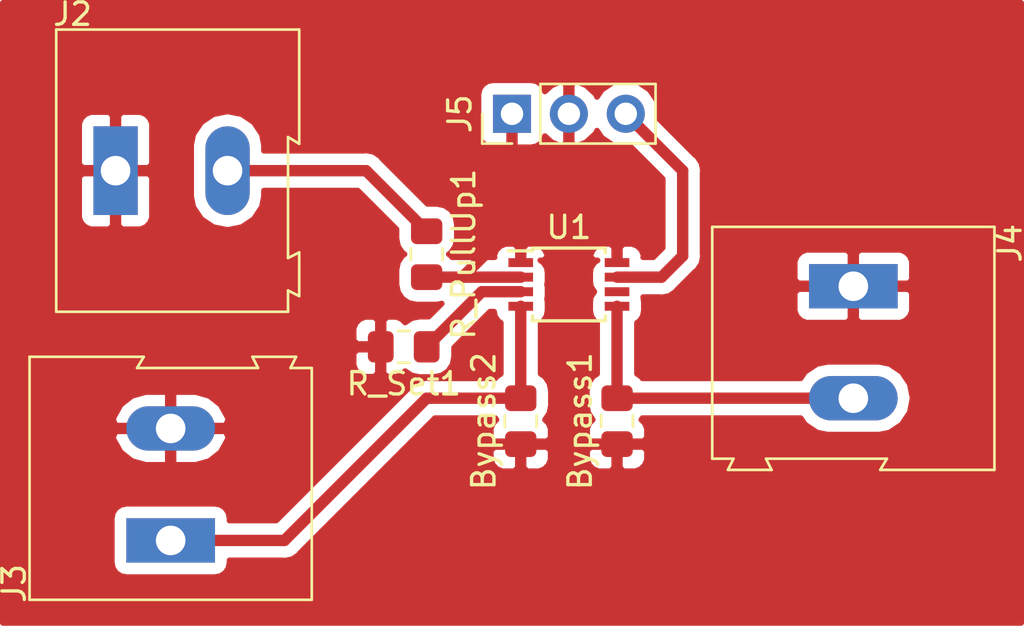
<source format=kicad_pcb>
(kicad_pcb (version 20171130) (host pcbnew "(5.0.2)-1")

  (general
    (thickness 1.6)
    (drawings 0)
    (tracks 20)
    (zones 0)
    (modules 9)
    (nets 8)
  )

  (page A4)
  (layers
    (0 F.Cu signal)
    (31 B.Cu signal)
    (32 B.Adhes user)
    (33 F.Adhes user)
    (34 B.Paste user)
    (35 F.Paste user)
    (36 B.SilkS user)
    (37 F.SilkS user hide)
    (38 B.Mask user)
    (39 F.Mask user)
    (40 Dwgs.User user)
    (41 Cmts.User user)
    (42 Eco1.User user)
    (43 Eco2.User user)
    (44 Edge.Cuts user)
    (45 Margin user)
    (46 B.CrtYd user)
    (47 F.CrtYd user)
    (48 B.Fab user)
    (49 F.Fab user hide)
  )

  (setup
    (last_trace_width 0.25)
    (trace_clearance 0.2)
    (zone_clearance 0.508)
    (zone_45_only no)
    (trace_min 0.2)
    (segment_width 0.2)
    (edge_width 0.15)
    (via_size 0.8)
    (via_drill 0.4)
    (via_min_size 0.4)
    (via_min_drill 0.3)
    (uvia_size 0.3)
    (uvia_drill 0.1)
    (uvias_allowed no)
    (uvia_min_size 0.2)
    (uvia_min_drill 0.1)
    (pcb_text_width 0.3)
    (pcb_text_size 1.5 1.5)
    (mod_edge_width 0.15)
    (mod_text_size 1 1)
    (mod_text_width 0.15)
    (pad_size 1.524 1.524)
    (pad_drill 0.762)
    (pad_to_mask_clearance 0.051)
    (solder_mask_min_width 0.25)
    (aux_axis_origin 0 0)
    (visible_elements 7FFFFFFF)
    (pcbplotparams
      (layerselection 0x010fc_ffffffff)
      (usegerberextensions false)
      (usegerberattributes false)
      (usegerberadvancedattributes false)
      (creategerberjobfile false)
      (excludeedgelayer true)
      (linewidth 0.100000)
      (plotframeref false)
      (viasonmask false)
      (mode 1)
      (useauxorigin false)
      (hpglpennumber 1)
      (hpglpenspeed 20)
      (hpglpendiameter 15.000000)
      (psnegative false)
      (psa4output false)
      (plotreference true)
      (plotvalue true)
      (plotinvisibletext false)
      (padsonsilk false)
      (subtractmaskfromsilk false)
      (outputformat 1)
      (mirror false)
      (drillshape 1)
      (scaleselection 1)
      (outputdirectory ""))
  )

  (net 0 "")
  (net 1 GND)
  (net 2 "Net-(J2-Pad2)")
  (net 3 "Net-(R_Set1-Pad1)")
  (net 4 "Net-(J5-Pad1)")
  (net 5 "Net-(J5-Pad3)")
  (net 6 "Net-(Bypass1-Pad2)")
  (net 7 "Net-(Bypass2-Pad2)")

  (net_class Default "This is the default net class."
    (clearance 0.2)
    (trace_width 0.25)
    (via_dia 0.8)
    (via_drill 0.4)
    (uvia_dia 0.3)
    (uvia_drill 0.1)
    (add_net GND)
    (add_net "Net-(Bypass1-Pad2)")
    (add_net "Net-(Bypass2-Pad2)")
    (add_net "Net-(J2-Pad2)")
    (add_net "Net-(J5-Pad1)")
    (add_net "Net-(J5-Pad3)")
    (add_net "Net-(R_Set1-Pad1)")
  )

  (module TerminalBlock:TerminalBlock_Altech_AK300-2_P5.00mm (layer F.Cu) (tedit 59FF0306) (tstamp 5CBABBED)
    (at 110.57 91.44)
    (descr "Altech AK300 terminal block, pitch 5.0mm, 45 degree angled, see http://www.mouser.com/ds/2/16/PCBMETRC-24178.pdf")
    (tags "Altech AK300 terminal block pitch 5.0mm")
    (path /5CAE3D59)
    (fp_text reference J2 (at -1.92 -6.99) (layer F.SilkS)
      (effects (font (size 1 1) (thickness 0.15)))
    )
    (fp_text value Screw_Terminal_01x02 (at 2.78 7.75) (layer F.Fab)
      (effects (font (size 1 1) (thickness 0.15)))
    )
    (fp_text user %R (at 2.5 -2) (layer F.Fab)
      (effects (font (size 1 1) (thickness 0.15)))
    )
    (fp_line (start -2.65 -6.3) (end -2.65 6.3) (layer F.SilkS) (width 0.12))
    (fp_line (start -2.65 6.3) (end 7.7 6.3) (layer F.SilkS) (width 0.12))
    (fp_line (start 7.7 6.3) (end 7.7 5.35) (layer F.SilkS) (width 0.12))
    (fp_line (start 7.7 5.35) (end 8.2 5.6) (layer F.SilkS) (width 0.12))
    (fp_line (start 8.2 5.6) (end 8.2 3.7) (layer F.SilkS) (width 0.12))
    (fp_line (start 8.2 3.7) (end 8.2 3.65) (layer F.SilkS) (width 0.12))
    (fp_line (start 8.2 3.65) (end 7.7 3.9) (layer F.SilkS) (width 0.12))
    (fp_line (start 7.7 3.9) (end 7.7 -1.5) (layer F.SilkS) (width 0.12))
    (fp_line (start 7.7 -1.5) (end 8.2 -1.2) (layer F.SilkS) (width 0.12))
    (fp_line (start 8.2 -1.2) (end 8.2 -6.3) (layer F.SilkS) (width 0.12))
    (fp_line (start 8.2 -6.3) (end -2.65 -6.3) (layer F.SilkS) (width 0.12))
    (fp_line (start -1.26 2.54) (end 1.28 2.54) (layer F.Fab) (width 0.1))
    (fp_line (start 1.28 2.54) (end 1.28 -0.25) (layer F.Fab) (width 0.1))
    (fp_line (start -1.26 -0.25) (end 1.28 -0.25) (layer F.Fab) (width 0.1))
    (fp_line (start -1.26 2.54) (end -1.26 -0.25) (layer F.Fab) (width 0.1))
    (fp_line (start 3.74 2.54) (end 6.28 2.54) (layer F.Fab) (width 0.1))
    (fp_line (start 6.28 2.54) (end 6.28 -0.25) (layer F.Fab) (width 0.1))
    (fp_line (start 3.74 -0.25) (end 6.28 -0.25) (layer F.Fab) (width 0.1))
    (fp_line (start 3.74 2.54) (end 3.74 -0.25) (layer F.Fab) (width 0.1))
    (fp_line (start 7.61 -6.22) (end 7.61 -3.17) (layer F.Fab) (width 0.1))
    (fp_line (start 7.61 -6.22) (end -2.58 -6.22) (layer F.Fab) (width 0.1))
    (fp_line (start 7.61 -6.22) (end 8.11 -6.22) (layer F.Fab) (width 0.1))
    (fp_line (start 8.11 -6.22) (end 8.11 -1.4) (layer F.Fab) (width 0.1))
    (fp_line (start 8.11 -1.4) (end 7.61 -1.65) (layer F.Fab) (width 0.1))
    (fp_line (start 8.11 5.46) (end 7.61 5.21) (layer F.Fab) (width 0.1))
    (fp_line (start 7.61 5.21) (end 7.61 6.22) (layer F.Fab) (width 0.1))
    (fp_line (start 8.11 3.81) (end 7.61 4.06) (layer F.Fab) (width 0.1))
    (fp_line (start 7.61 4.06) (end 7.61 5.21) (layer F.Fab) (width 0.1))
    (fp_line (start 8.11 3.81) (end 8.11 5.46) (layer F.Fab) (width 0.1))
    (fp_line (start 2.98 6.22) (end 2.98 4.32) (layer F.Fab) (width 0.1))
    (fp_line (start 7.05 -0.25) (end 7.05 4.32) (layer F.Fab) (width 0.1))
    (fp_line (start 2.98 6.22) (end 7.05 6.22) (layer F.Fab) (width 0.1))
    (fp_line (start 7.05 6.22) (end 7.61 6.22) (layer F.Fab) (width 0.1))
    (fp_line (start 2.04 6.22) (end 2.04 4.32) (layer F.Fab) (width 0.1))
    (fp_line (start 2.04 6.22) (end 2.98 6.22) (layer F.Fab) (width 0.1))
    (fp_line (start -2.02 -0.25) (end -2.02 4.32) (layer F.Fab) (width 0.1))
    (fp_line (start -2.58 6.22) (end -2.02 6.22) (layer F.Fab) (width 0.1))
    (fp_line (start -2.02 6.22) (end 2.04 6.22) (layer F.Fab) (width 0.1))
    (fp_line (start 2.98 4.32) (end 7.05 4.32) (layer F.Fab) (width 0.1))
    (fp_line (start 2.98 4.32) (end 2.98 -0.25) (layer F.Fab) (width 0.1))
    (fp_line (start 7.05 4.32) (end 7.05 6.22) (layer F.Fab) (width 0.1))
    (fp_line (start 2.04 4.32) (end -2.02 4.32) (layer F.Fab) (width 0.1))
    (fp_line (start 2.04 4.32) (end 2.04 -0.25) (layer F.Fab) (width 0.1))
    (fp_line (start -2.02 4.32) (end -2.02 6.22) (layer F.Fab) (width 0.1))
    (fp_line (start 6.67 3.68) (end 6.67 0.51) (layer F.Fab) (width 0.1))
    (fp_line (start 6.67 3.68) (end 3.36 3.68) (layer F.Fab) (width 0.1))
    (fp_line (start 3.36 3.68) (end 3.36 0.51) (layer F.Fab) (width 0.1))
    (fp_line (start 1.66 3.68) (end 1.66 0.51) (layer F.Fab) (width 0.1))
    (fp_line (start 1.66 3.68) (end -1.64 3.68) (layer F.Fab) (width 0.1))
    (fp_line (start -1.64 3.68) (end -1.64 0.51) (layer F.Fab) (width 0.1))
    (fp_line (start -1.64 0.51) (end -1.26 0.51) (layer F.Fab) (width 0.1))
    (fp_line (start 1.66 0.51) (end 1.28 0.51) (layer F.Fab) (width 0.1))
    (fp_line (start 3.36 0.51) (end 3.74 0.51) (layer F.Fab) (width 0.1))
    (fp_line (start 6.67 0.51) (end 6.28 0.51) (layer F.Fab) (width 0.1))
    (fp_line (start -2.58 6.22) (end -2.58 -0.64) (layer F.Fab) (width 0.1))
    (fp_line (start -2.58 -0.64) (end -2.58 -3.17) (layer F.Fab) (width 0.1))
    (fp_line (start 7.61 -1.65) (end 7.61 -0.64) (layer F.Fab) (width 0.1))
    (fp_line (start 7.61 -0.64) (end 7.61 4.06) (layer F.Fab) (width 0.1))
    (fp_line (start -2.58 -3.17) (end 7.61 -3.17) (layer F.Fab) (width 0.1))
    (fp_line (start -2.58 -3.17) (end -2.58 -6.22) (layer F.Fab) (width 0.1))
    (fp_line (start 7.61 -3.17) (end 7.61 -1.65) (layer F.Fab) (width 0.1))
    (fp_line (start 2.98 -3.43) (end 2.98 -5.97) (layer F.Fab) (width 0.1))
    (fp_line (start 2.98 -5.97) (end 7.05 -5.97) (layer F.Fab) (width 0.1))
    (fp_line (start 7.05 -5.97) (end 7.05 -3.43) (layer F.Fab) (width 0.1))
    (fp_line (start 7.05 -3.43) (end 2.98 -3.43) (layer F.Fab) (width 0.1))
    (fp_line (start 2.04 -3.43) (end 2.04 -5.97) (layer F.Fab) (width 0.1))
    (fp_line (start 2.04 -3.43) (end -2.02 -3.43) (layer F.Fab) (width 0.1))
    (fp_line (start -2.02 -3.43) (end -2.02 -5.97) (layer F.Fab) (width 0.1))
    (fp_line (start 2.04 -5.97) (end -2.02 -5.97) (layer F.Fab) (width 0.1))
    (fp_line (start 3.39 -4.45) (end 6.44 -5.08) (layer F.Fab) (width 0.1))
    (fp_line (start 3.52 -4.32) (end 6.56 -4.95) (layer F.Fab) (width 0.1))
    (fp_line (start -1.62 -4.45) (end 1.44 -5.08) (layer F.Fab) (width 0.1))
    (fp_line (start -1.49 -4.32) (end 1.56 -4.95) (layer F.Fab) (width 0.1))
    (fp_line (start -2.02 -0.25) (end -1.64 -0.25) (layer F.Fab) (width 0.1))
    (fp_line (start 2.04 -0.25) (end 1.66 -0.25) (layer F.Fab) (width 0.1))
    (fp_line (start 1.66 -0.25) (end -1.64 -0.25) (layer F.Fab) (width 0.1))
    (fp_line (start -2.58 -0.64) (end -1.64 -0.64) (layer F.Fab) (width 0.1))
    (fp_line (start -1.64 -0.64) (end 1.66 -0.64) (layer F.Fab) (width 0.1))
    (fp_line (start 1.66 -0.64) (end 3.36 -0.64) (layer F.Fab) (width 0.1))
    (fp_line (start 7.61 -0.64) (end 6.67 -0.64) (layer F.Fab) (width 0.1))
    (fp_line (start 6.67 -0.64) (end 3.36 -0.64) (layer F.Fab) (width 0.1))
    (fp_line (start 7.05 -0.25) (end 6.67 -0.25) (layer F.Fab) (width 0.1))
    (fp_line (start 2.98 -0.25) (end 3.36 -0.25) (layer F.Fab) (width 0.1))
    (fp_line (start 3.36 -0.25) (end 6.67 -0.25) (layer F.Fab) (width 0.1))
    (fp_line (start -2.83 -6.47) (end 8.36 -6.47) (layer F.CrtYd) (width 0.05))
    (fp_line (start -2.83 -6.47) (end -2.83 6.47) (layer F.CrtYd) (width 0.05))
    (fp_line (start 8.36 6.47) (end 8.36 -6.47) (layer F.CrtYd) (width 0.05))
    (fp_line (start 8.36 6.47) (end -2.83 6.47) (layer F.CrtYd) (width 0.05))
    (fp_arc (start 6.03 -4.59) (end 6.54 -5.05) (angle 90.5) (layer F.Fab) (width 0.1))
    (fp_arc (start 5.07 -6.07) (end 6.53 -4.12) (angle 75.5) (layer F.Fab) (width 0.1))
    (fp_arc (start 4.99 -3.71) (end 3.39 -5) (angle 100) (layer F.Fab) (width 0.1))
    (fp_arc (start 3.87 -4.65) (end 3.58 -4.13) (angle 104.2) (layer F.Fab) (width 0.1))
    (fp_arc (start 1.03 -4.59) (end 1.53 -5.05) (angle 90.5) (layer F.Fab) (width 0.1))
    (fp_arc (start 0.06 -6.07) (end 1.53 -4.12) (angle 75.5) (layer F.Fab) (width 0.1))
    (fp_arc (start -0.01 -3.71) (end -1.62 -5) (angle 100) (layer F.Fab) (width 0.1))
    (fp_arc (start -1.13 -4.65) (end -1.42 -4.13) (angle 104.2) (layer F.Fab) (width 0.1))
    (pad 1 thru_hole rect (at 0 0) (size 1.98 3.96) (drill 1.32) (layers *.Cu *.Mask)
      (net 1 GND))
    (pad 2 thru_hole oval (at 5 0) (size 1.98 3.96) (drill 1.32) (layers *.Cu *.Mask)
      (net 2 "Net-(J2-Pad2)"))
    (model ${KISYS3DMOD}/TerminalBlock.3dshapes/TerminalBlock_Altech_AK300-2_P5.00mm.wrl
      (at (xyz 0 0 0))
      (scale (xyz 1 1 1))
      (rotate (xyz 0 0 0))
    )
  )

  (module TerminalBlock:TerminalBlock_Altech_AK300-2_P5.00mm (layer F.Cu) (tedit 59FF0306) (tstamp 5CBABC54)
    (at 113.03 107.95 90)
    (descr "Altech AK300 terminal block, pitch 5.0mm, 45 degree angled, see http://www.mouser.com/ds/2/16/PCBMETRC-24178.pdf")
    (tags "Altech AK300 terminal block pitch 5.0mm")
    (path /5CAE2D19)
    (fp_text reference J3 (at -1.92 -6.99 90) (layer F.SilkS)
      (effects (font (size 1 1) (thickness 0.15)))
    )
    (fp_text value Screw_Terminal_01x02 (at 2.78 7.75 90) (layer F.Fab)
      (effects (font (size 1 1) (thickness 0.15)))
    )
    (fp_text user %R (at 2.5 -2 90) (layer F.Fab)
      (effects (font (size 1 1) (thickness 0.15)))
    )
    (fp_line (start -2.65 -6.3) (end -2.65 6.3) (layer F.SilkS) (width 0.12))
    (fp_line (start -2.65 6.3) (end 7.7 6.3) (layer F.SilkS) (width 0.12))
    (fp_line (start 7.7 6.3) (end 7.7 5.35) (layer F.SilkS) (width 0.12))
    (fp_line (start 7.7 5.35) (end 8.2 5.6) (layer F.SilkS) (width 0.12))
    (fp_line (start 8.2 5.6) (end 8.2 3.7) (layer F.SilkS) (width 0.12))
    (fp_line (start 8.2 3.7) (end 8.2 3.65) (layer F.SilkS) (width 0.12))
    (fp_line (start 8.2 3.65) (end 7.7 3.9) (layer F.SilkS) (width 0.12))
    (fp_line (start 7.7 3.9) (end 7.7 -1.5) (layer F.SilkS) (width 0.12))
    (fp_line (start 7.7 -1.5) (end 8.2 -1.2) (layer F.SilkS) (width 0.12))
    (fp_line (start 8.2 -1.2) (end 8.2 -6.3) (layer F.SilkS) (width 0.12))
    (fp_line (start 8.2 -6.3) (end -2.65 -6.3) (layer F.SilkS) (width 0.12))
    (fp_line (start -1.26 2.54) (end 1.28 2.54) (layer F.Fab) (width 0.1))
    (fp_line (start 1.28 2.54) (end 1.28 -0.25) (layer F.Fab) (width 0.1))
    (fp_line (start -1.26 -0.25) (end 1.28 -0.25) (layer F.Fab) (width 0.1))
    (fp_line (start -1.26 2.54) (end -1.26 -0.25) (layer F.Fab) (width 0.1))
    (fp_line (start 3.74 2.54) (end 6.28 2.54) (layer F.Fab) (width 0.1))
    (fp_line (start 6.28 2.54) (end 6.28 -0.25) (layer F.Fab) (width 0.1))
    (fp_line (start 3.74 -0.25) (end 6.28 -0.25) (layer F.Fab) (width 0.1))
    (fp_line (start 3.74 2.54) (end 3.74 -0.25) (layer F.Fab) (width 0.1))
    (fp_line (start 7.61 -6.22) (end 7.61 -3.17) (layer F.Fab) (width 0.1))
    (fp_line (start 7.61 -6.22) (end -2.58 -6.22) (layer F.Fab) (width 0.1))
    (fp_line (start 7.61 -6.22) (end 8.11 -6.22) (layer F.Fab) (width 0.1))
    (fp_line (start 8.11 -6.22) (end 8.11 -1.4) (layer F.Fab) (width 0.1))
    (fp_line (start 8.11 -1.4) (end 7.61 -1.65) (layer F.Fab) (width 0.1))
    (fp_line (start 8.11 5.46) (end 7.61 5.21) (layer F.Fab) (width 0.1))
    (fp_line (start 7.61 5.21) (end 7.61 6.22) (layer F.Fab) (width 0.1))
    (fp_line (start 8.11 3.81) (end 7.61 4.06) (layer F.Fab) (width 0.1))
    (fp_line (start 7.61 4.06) (end 7.61 5.21) (layer F.Fab) (width 0.1))
    (fp_line (start 8.11 3.81) (end 8.11 5.46) (layer F.Fab) (width 0.1))
    (fp_line (start 2.98 6.22) (end 2.98 4.32) (layer F.Fab) (width 0.1))
    (fp_line (start 7.05 -0.25) (end 7.05 4.32) (layer F.Fab) (width 0.1))
    (fp_line (start 2.98 6.22) (end 7.05 6.22) (layer F.Fab) (width 0.1))
    (fp_line (start 7.05 6.22) (end 7.61 6.22) (layer F.Fab) (width 0.1))
    (fp_line (start 2.04 6.22) (end 2.04 4.32) (layer F.Fab) (width 0.1))
    (fp_line (start 2.04 6.22) (end 2.98 6.22) (layer F.Fab) (width 0.1))
    (fp_line (start -2.02 -0.25) (end -2.02 4.32) (layer F.Fab) (width 0.1))
    (fp_line (start -2.58 6.22) (end -2.02 6.22) (layer F.Fab) (width 0.1))
    (fp_line (start -2.02 6.22) (end 2.04 6.22) (layer F.Fab) (width 0.1))
    (fp_line (start 2.98 4.32) (end 7.05 4.32) (layer F.Fab) (width 0.1))
    (fp_line (start 2.98 4.32) (end 2.98 -0.25) (layer F.Fab) (width 0.1))
    (fp_line (start 7.05 4.32) (end 7.05 6.22) (layer F.Fab) (width 0.1))
    (fp_line (start 2.04 4.32) (end -2.02 4.32) (layer F.Fab) (width 0.1))
    (fp_line (start 2.04 4.32) (end 2.04 -0.25) (layer F.Fab) (width 0.1))
    (fp_line (start -2.02 4.32) (end -2.02 6.22) (layer F.Fab) (width 0.1))
    (fp_line (start 6.67 3.68) (end 6.67 0.51) (layer F.Fab) (width 0.1))
    (fp_line (start 6.67 3.68) (end 3.36 3.68) (layer F.Fab) (width 0.1))
    (fp_line (start 3.36 3.68) (end 3.36 0.51) (layer F.Fab) (width 0.1))
    (fp_line (start 1.66 3.68) (end 1.66 0.51) (layer F.Fab) (width 0.1))
    (fp_line (start 1.66 3.68) (end -1.64 3.68) (layer F.Fab) (width 0.1))
    (fp_line (start -1.64 3.68) (end -1.64 0.51) (layer F.Fab) (width 0.1))
    (fp_line (start -1.64 0.51) (end -1.26 0.51) (layer F.Fab) (width 0.1))
    (fp_line (start 1.66 0.51) (end 1.28 0.51) (layer F.Fab) (width 0.1))
    (fp_line (start 3.36 0.51) (end 3.74 0.51) (layer F.Fab) (width 0.1))
    (fp_line (start 6.67 0.51) (end 6.28 0.51) (layer F.Fab) (width 0.1))
    (fp_line (start -2.58 6.22) (end -2.58 -0.64) (layer F.Fab) (width 0.1))
    (fp_line (start -2.58 -0.64) (end -2.58 -3.17) (layer F.Fab) (width 0.1))
    (fp_line (start 7.61 -1.65) (end 7.61 -0.64) (layer F.Fab) (width 0.1))
    (fp_line (start 7.61 -0.64) (end 7.61 4.06) (layer F.Fab) (width 0.1))
    (fp_line (start -2.58 -3.17) (end 7.61 -3.17) (layer F.Fab) (width 0.1))
    (fp_line (start -2.58 -3.17) (end -2.58 -6.22) (layer F.Fab) (width 0.1))
    (fp_line (start 7.61 -3.17) (end 7.61 -1.65) (layer F.Fab) (width 0.1))
    (fp_line (start 2.98 -3.43) (end 2.98 -5.97) (layer F.Fab) (width 0.1))
    (fp_line (start 2.98 -5.97) (end 7.05 -5.97) (layer F.Fab) (width 0.1))
    (fp_line (start 7.05 -5.97) (end 7.05 -3.43) (layer F.Fab) (width 0.1))
    (fp_line (start 7.05 -3.43) (end 2.98 -3.43) (layer F.Fab) (width 0.1))
    (fp_line (start 2.04 -3.43) (end 2.04 -5.97) (layer F.Fab) (width 0.1))
    (fp_line (start 2.04 -3.43) (end -2.02 -3.43) (layer F.Fab) (width 0.1))
    (fp_line (start -2.02 -3.43) (end -2.02 -5.97) (layer F.Fab) (width 0.1))
    (fp_line (start 2.04 -5.97) (end -2.02 -5.97) (layer F.Fab) (width 0.1))
    (fp_line (start 3.39 -4.45) (end 6.44 -5.08) (layer F.Fab) (width 0.1))
    (fp_line (start 3.52 -4.32) (end 6.56 -4.95) (layer F.Fab) (width 0.1))
    (fp_line (start -1.62 -4.45) (end 1.44 -5.08) (layer F.Fab) (width 0.1))
    (fp_line (start -1.49 -4.32) (end 1.56 -4.95) (layer F.Fab) (width 0.1))
    (fp_line (start -2.02 -0.25) (end -1.64 -0.25) (layer F.Fab) (width 0.1))
    (fp_line (start 2.04 -0.25) (end 1.66 -0.25) (layer F.Fab) (width 0.1))
    (fp_line (start 1.66 -0.25) (end -1.64 -0.25) (layer F.Fab) (width 0.1))
    (fp_line (start -2.58 -0.64) (end -1.64 -0.64) (layer F.Fab) (width 0.1))
    (fp_line (start -1.64 -0.64) (end 1.66 -0.64) (layer F.Fab) (width 0.1))
    (fp_line (start 1.66 -0.64) (end 3.36 -0.64) (layer F.Fab) (width 0.1))
    (fp_line (start 7.61 -0.64) (end 6.67 -0.64) (layer F.Fab) (width 0.1))
    (fp_line (start 6.67 -0.64) (end 3.36 -0.64) (layer F.Fab) (width 0.1))
    (fp_line (start 7.05 -0.25) (end 6.67 -0.25) (layer F.Fab) (width 0.1))
    (fp_line (start 2.98 -0.25) (end 3.36 -0.25) (layer F.Fab) (width 0.1))
    (fp_line (start 3.36 -0.25) (end 6.67 -0.25) (layer F.Fab) (width 0.1))
    (fp_line (start -2.83 -6.47) (end 8.36 -6.47) (layer F.CrtYd) (width 0.05))
    (fp_line (start -2.83 -6.47) (end -2.83 6.47) (layer F.CrtYd) (width 0.05))
    (fp_line (start 8.36 6.47) (end 8.36 -6.47) (layer F.CrtYd) (width 0.05))
    (fp_line (start 8.36 6.47) (end -2.83 6.47) (layer F.CrtYd) (width 0.05))
    (fp_arc (start 6.03 -4.59) (end 6.54 -5.05) (angle 90.5) (layer F.Fab) (width 0.1))
    (fp_arc (start 5.07 -6.07) (end 6.53 -4.12) (angle 75.5) (layer F.Fab) (width 0.1))
    (fp_arc (start 4.99 -3.71) (end 3.39 -5) (angle 100) (layer F.Fab) (width 0.1))
    (fp_arc (start 3.87 -4.65) (end 3.58 -4.13) (angle 104.2) (layer F.Fab) (width 0.1))
    (fp_arc (start 1.03 -4.59) (end 1.53 -5.05) (angle 90.5) (layer F.Fab) (width 0.1))
    (fp_arc (start 0.06 -6.07) (end 1.53 -4.12) (angle 75.5) (layer F.Fab) (width 0.1))
    (fp_arc (start -0.01 -3.71) (end -1.62 -5) (angle 100) (layer F.Fab) (width 0.1))
    (fp_arc (start -1.13 -4.65) (end -1.42 -4.13) (angle 104.2) (layer F.Fab) (width 0.1))
    (pad 1 thru_hole rect (at 0 0 90) (size 1.98 3.96) (drill 1.32) (layers *.Cu *.Mask)
      (net 7 "Net-(Bypass2-Pad2)"))
    (pad 2 thru_hole oval (at 5 0 90) (size 1.98 3.96) (drill 1.32) (layers *.Cu *.Mask)
      (net 1 GND))
    (model ${KISYS3DMOD}/TerminalBlock.3dshapes/TerminalBlock_Altech_AK300-2_P5.00mm.wrl
      (at (xyz 0 0 0))
      (scale (xyz 1 1 1))
      (rotate (xyz 0 0 0))
    )
  )

  (module TerminalBlock:TerminalBlock_Altech_AK300-2_P5.00mm (layer F.Cu) (tedit 59FF0306) (tstamp 5CBABCBB)
    (at 143.51 96.6 270)
    (descr "Altech AK300 terminal block, pitch 5.0mm, 45 degree angled, see http://www.mouser.com/ds/2/16/PCBMETRC-24178.pdf")
    (tags "Altech AK300 terminal block pitch 5.0mm")
    (path /5CAE3927)
    (fp_text reference J4 (at -1.92 -6.99 270) (layer F.SilkS)
      (effects (font (size 1 1) (thickness 0.15)))
    )
    (fp_text value Screw_Terminal_01x02 (at 2.78 7.75 270) (layer F.Fab)
      (effects (font (size 1 1) (thickness 0.15)))
    )
    (fp_arc (start -1.13 -4.65) (end -1.42 -4.13) (angle 104.2) (layer F.Fab) (width 0.1))
    (fp_arc (start -0.01 -3.71) (end -1.62 -5) (angle 100) (layer F.Fab) (width 0.1))
    (fp_arc (start 0.06 -6.07) (end 1.53 -4.12) (angle 75.5) (layer F.Fab) (width 0.1))
    (fp_arc (start 1.03 -4.59) (end 1.53 -5.05) (angle 90.5) (layer F.Fab) (width 0.1))
    (fp_arc (start 3.87 -4.65) (end 3.58 -4.13) (angle 104.2) (layer F.Fab) (width 0.1))
    (fp_arc (start 4.99 -3.71) (end 3.39 -5) (angle 100) (layer F.Fab) (width 0.1))
    (fp_arc (start 5.07 -6.07) (end 6.53 -4.12) (angle 75.5) (layer F.Fab) (width 0.1))
    (fp_arc (start 6.03 -4.59) (end 6.54 -5.05) (angle 90.5) (layer F.Fab) (width 0.1))
    (fp_line (start 8.36 6.47) (end -2.83 6.47) (layer F.CrtYd) (width 0.05))
    (fp_line (start 8.36 6.47) (end 8.36 -6.47) (layer F.CrtYd) (width 0.05))
    (fp_line (start -2.83 -6.47) (end -2.83 6.47) (layer F.CrtYd) (width 0.05))
    (fp_line (start -2.83 -6.47) (end 8.36 -6.47) (layer F.CrtYd) (width 0.05))
    (fp_line (start 3.36 -0.25) (end 6.67 -0.25) (layer F.Fab) (width 0.1))
    (fp_line (start 2.98 -0.25) (end 3.36 -0.25) (layer F.Fab) (width 0.1))
    (fp_line (start 7.05 -0.25) (end 6.67 -0.25) (layer F.Fab) (width 0.1))
    (fp_line (start 6.67 -0.64) (end 3.36 -0.64) (layer F.Fab) (width 0.1))
    (fp_line (start 7.61 -0.64) (end 6.67 -0.64) (layer F.Fab) (width 0.1))
    (fp_line (start 1.66 -0.64) (end 3.36 -0.64) (layer F.Fab) (width 0.1))
    (fp_line (start -1.64 -0.64) (end 1.66 -0.64) (layer F.Fab) (width 0.1))
    (fp_line (start -2.58 -0.64) (end -1.64 -0.64) (layer F.Fab) (width 0.1))
    (fp_line (start 1.66 -0.25) (end -1.64 -0.25) (layer F.Fab) (width 0.1))
    (fp_line (start 2.04 -0.25) (end 1.66 -0.25) (layer F.Fab) (width 0.1))
    (fp_line (start -2.02 -0.25) (end -1.64 -0.25) (layer F.Fab) (width 0.1))
    (fp_line (start -1.49 -4.32) (end 1.56 -4.95) (layer F.Fab) (width 0.1))
    (fp_line (start -1.62 -4.45) (end 1.44 -5.08) (layer F.Fab) (width 0.1))
    (fp_line (start 3.52 -4.32) (end 6.56 -4.95) (layer F.Fab) (width 0.1))
    (fp_line (start 3.39 -4.45) (end 6.44 -5.08) (layer F.Fab) (width 0.1))
    (fp_line (start 2.04 -5.97) (end -2.02 -5.97) (layer F.Fab) (width 0.1))
    (fp_line (start -2.02 -3.43) (end -2.02 -5.97) (layer F.Fab) (width 0.1))
    (fp_line (start 2.04 -3.43) (end -2.02 -3.43) (layer F.Fab) (width 0.1))
    (fp_line (start 2.04 -3.43) (end 2.04 -5.97) (layer F.Fab) (width 0.1))
    (fp_line (start 7.05 -3.43) (end 2.98 -3.43) (layer F.Fab) (width 0.1))
    (fp_line (start 7.05 -5.97) (end 7.05 -3.43) (layer F.Fab) (width 0.1))
    (fp_line (start 2.98 -5.97) (end 7.05 -5.97) (layer F.Fab) (width 0.1))
    (fp_line (start 2.98 -3.43) (end 2.98 -5.97) (layer F.Fab) (width 0.1))
    (fp_line (start 7.61 -3.17) (end 7.61 -1.65) (layer F.Fab) (width 0.1))
    (fp_line (start -2.58 -3.17) (end -2.58 -6.22) (layer F.Fab) (width 0.1))
    (fp_line (start -2.58 -3.17) (end 7.61 -3.17) (layer F.Fab) (width 0.1))
    (fp_line (start 7.61 -0.64) (end 7.61 4.06) (layer F.Fab) (width 0.1))
    (fp_line (start 7.61 -1.65) (end 7.61 -0.64) (layer F.Fab) (width 0.1))
    (fp_line (start -2.58 -0.64) (end -2.58 -3.17) (layer F.Fab) (width 0.1))
    (fp_line (start -2.58 6.22) (end -2.58 -0.64) (layer F.Fab) (width 0.1))
    (fp_line (start 6.67 0.51) (end 6.28 0.51) (layer F.Fab) (width 0.1))
    (fp_line (start 3.36 0.51) (end 3.74 0.51) (layer F.Fab) (width 0.1))
    (fp_line (start 1.66 0.51) (end 1.28 0.51) (layer F.Fab) (width 0.1))
    (fp_line (start -1.64 0.51) (end -1.26 0.51) (layer F.Fab) (width 0.1))
    (fp_line (start -1.64 3.68) (end -1.64 0.51) (layer F.Fab) (width 0.1))
    (fp_line (start 1.66 3.68) (end -1.64 3.68) (layer F.Fab) (width 0.1))
    (fp_line (start 1.66 3.68) (end 1.66 0.51) (layer F.Fab) (width 0.1))
    (fp_line (start 3.36 3.68) (end 3.36 0.51) (layer F.Fab) (width 0.1))
    (fp_line (start 6.67 3.68) (end 3.36 3.68) (layer F.Fab) (width 0.1))
    (fp_line (start 6.67 3.68) (end 6.67 0.51) (layer F.Fab) (width 0.1))
    (fp_line (start -2.02 4.32) (end -2.02 6.22) (layer F.Fab) (width 0.1))
    (fp_line (start 2.04 4.32) (end 2.04 -0.25) (layer F.Fab) (width 0.1))
    (fp_line (start 2.04 4.32) (end -2.02 4.32) (layer F.Fab) (width 0.1))
    (fp_line (start 7.05 4.32) (end 7.05 6.22) (layer F.Fab) (width 0.1))
    (fp_line (start 2.98 4.32) (end 2.98 -0.25) (layer F.Fab) (width 0.1))
    (fp_line (start 2.98 4.32) (end 7.05 4.32) (layer F.Fab) (width 0.1))
    (fp_line (start -2.02 6.22) (end 2.04 6.22) (layer F.Fab) (width 0.1))
    (fp_line (start -2.58 6.22) (end -2.02 6.22) (layer F.Fab) (width 0.1))
    (fp_line (start -2.02 -0.25) (end -2.02 4.32) (layer F.Fab) (width 0.1))
    (fp_line (start 2.04 6.22) (end 2.98 6.22) (layer F.Fab) (width 0.1))
    (fp_line (start 2.04 6.22) (end 2.04 4.32) (layer F.Fab) (width 0.1))
    (fp_line (start 7.05 6.22) (end 7.61 6.22) (layer F.Fab) (width 0.1))
    (fp_line (start 2.98 6.22) (end 7.05 6.22) (layer F.Fab) (width 0.1))
    (fp_line (start 7.05 -0.25) (end 7.05 4.32) (layer F.Fab) (width 0.1))
    (fp_line (start 2.98 6.22) (end 2.98 4.32) (layer F.Fab) (width 0.1))
    (fp_line (start 8.11 3.81) (end 8.11 5.46) (layer F.Fab) (width 0.1))
    (fp_line (start 7.61 4.06) (end 7.61 5.21) (layer F.Fab) (width 0.1))
    (fp_line (start 8.11 3.81) (end 7.61 4.06) (layer F.Fab) (width 0.1))
    (fp_line (start 7.61 5.21) (end 7.61 6.22) (layer F.Fab) (width 0.1))
    (fp_line (start 8.11 5.46) (end 7.61 5.21) (layer F.Fab) (width 0.1))
    (fp_line (start 8.11 -1.4) (end 7.61 -1.65) (layer F.Fab) (width 0.1))
    (fp_line (start 8.11 -6.22) (end 8.11 -1.4) (layer F.Fab) (width 0.1))
    (fp_line (start 7.61 -6.22) (end 8.11 -6.22) (layer F.Fab) (width 0.1))
    (fp_line (start 7.61 -6.22) (end -2.58 -6.22) (layer F.Fab) (width 0.1))
    (fp_line (start 7.61 -6.22) (end 7.61 -3.17) (layer F.Fab) (width 0.1))
    (fp_line (start 3.74 2.54) (end 3.74 -0.25) (layer F.Fab) (width 0.1))
    (fp_line (start 3.74 -0.25) (end 6.28 -0.25) (layer F.Fab) (width 0.1))
    (fp_line (start 6.28 2.54) (end 6.28 -0.25) (layer F.Fab) (width 0.1))
    (fp_line (start 3.74 2.54) (end 6.28 2.54) (layer F.Fab) (width 0.1))
    (fp_line (start -1.26 2.54) (end -1.26 -0.25) (layer F.Fab) (width 0.1))
    (fp_line (start -1.26 -0.25) (end 1.28 -0.25) (layer F.Fab) (width 0.1))
    (fp_line (start 1.28 2.54) (end 1.28 -0.25) (layer F.Fab) (width 0.1))
    (fp_line (start -1.26 2.54) (end 1.28 2.54) (layer F.Fab) (width 0.1))
    (fp_line (start 8.2 -6.3) (end -2.65 -6.3) (layer F.SilkS) (width 0.12))
    (fp_line (start 8.2 -1.2) (end 8.2 -6.3) (layer F.SilkS) (width 0.12))
    (fp_line (start 7.7 -1.5) (end 8.2 -1.2) (layer F.SilkS) (width 0.12))
    (fp_line (start 7.7 3.9) (end 7.7 -1.5) (layer F.SilkS) (width 0.12))
    (fp_line (start 8.2 3.65) (end 7.7 3.9) (layer F.SilkS) (width 0.12))
    (fp_line (start 8.2 3.7) (end 8.2 3.65) (layer F.SilkS) (width 0.12))
    (fp_line (start 8.2 5.6) (end 8.2 3.7) (layer F.SilkS) (width 0.12))
    (fp_line (start 7.7 5.35) (end 8.2 5.6) (layer F.SilkS) (width 0.12))
    (fp_line (start 7.7 6.3) (end 7.7 5.35) (layer F.SilkS) (width 0.12))
    (fp_line (start -2.65 6.3) (end 7.7 6.3) (layer F.SilkS) (width 0.12))
    (fp_line (start -2.65 -6.3) (end -2.65 6.3) (layer F.SilkS) (width 0.12))
    (fp_text user %R (at 2.5 -2 270) (layer F.Fab)
      (effects (font (size 1 1) (thickness 0.15)))
    )
    (pad 2 thru_hole oval (at 5 0 270) (size 1.98 3.96) (drill 1.32) (layers *.Cu *.Mask)
      (net 6 "Net-(Bypass1-Pad2)"))
    (pad 1 thru_hole rect (at 0 0 270) (size 1.98 3.96) (drill 1.32) (layers *.Cu *.Mask)
      (net 1 GND))
    (model ${KISYS3DMOD}/TerminalBlock.3dshapes/TerminalBlock_Altech_AK300-2_P5.00mm.wrl
      (at (xyz 0 0 0))
      (scale (xyz 1 1 1))
      (rotate (xyz 0 0 0))
    )
  )

  (module Resistor_SMD:R_0805_2012Metric_Pad1.15x1.40mm_HandSolder (layer F.Cu) (tedit 5B36C52B) (tstamp 5CBABCE2)
    (at 124.46 95.17 270)
    (descr "Resistor SMD 0805 (2012 Metric), square (rectangular) end terminal, IPC_7351 nominal with elongated pad for handsoldering. (Body size source: https://docs.google.com/spreadsheets/d/1BsfQQcO9C6DZCsRaXUlFlo91Tg2WpOkGARC1WS5S8t0/edit?usp=sharing), generated with kicad-footprint-generator")
    (tags "resistor handsolder")
    (path /5CAE2C1C)
    (attr smd)
    (fp_text reference R_PullUp1 (at 0 -1.65 270) (layer F.SilkS)
      (effects (font (size 1 1) (thickness 0.15)))
    )
    (fp_text value 10k (at 0 1.65 270) (layer F.Fab)
      (effects (font (size 1 1) (thickness 0.15)))
    )
    (fp_text user %R (at 0 0 270) (layer F.Fab)
      (effects (font (size 0.5 0.5) (thickness 0.08)))
    )
    (fp_line (start 1.85 0.95) (end -1.85 0.95) (layer F.CrtYd) (width 0.05))
    (fp_line (start 1.85 -0.95) (end 1.85 0.95) (layer F.CrtYd) (width 0.05))
    (fp_line (start -1.85 -0.95) (end 1.85 -0.95) (layer F.CrtYd) (width 0.05))
    (fp_line (start -1.85 0.95) (end -1.85 -0.95) (layer F.CrtYd) (width 0.05))
    (fp_line (start -0.261252 0.71) (end 0.261252 0.71) (layer F.SilkS) (width 0.12))
    (fp_line (start -0.261252 -0.71) (end 0.261252 -0.71) (layer F.SilkS) (width 0.12))
    (fp_line (start 1 0.6) (end -1 0.6) (layer F.Fab) (width 0.1))
    (fp_line (start 1 -0.6) (end 1 0.6) (layer F.Fab) (width 0.1))
    (fp_line (start -1 -0.6) (end 1 -0.6) (layer F.Fab) (width 0.1))
    (fp_line (start -1 0.6) (end -1 -0.6) (layer F.Fab) (width 0.1))
    (pad 2 smd roundrect (at 1.025 0 270) (size 1.15 1.4) (layers F.Cu F.Paste F.Mask) (roundrect_rratio 0.217391)
      (net 4 "Net-(J5-Pad1)"))
    (pad 1 smd roundrect (at -1.025 0 270) (size 1.15 1.4) (layers F.Cu F.Paste F.Mask) (roundrect_rratio 0.217391)
      (net 2 "Net-(J2-Pad2)"))
    (model ${KISYS3DMOD}/Resistor_SMD.3dshapes/R_0805_2012Metric.wrl
      (at (xyz 0 0 0))
      (scale (xyz 1 1 1))
      (rotate (xyz 0 0 0))
    )
  )

  (module Resistor_SMD:R_0805_2012Metric_Pad1.15x1.40mm_HandSolder (layer F.Cu) (tedit 5B36C52B) (tstamp 5CBABCF3)
    (at 123.435 99.305 180)
    (descr "Resistor SMD 0805 (2012 Metric), square (rectangular) end terminal, IPC_7351 nominal with elongated pad for handsoldering. (Body size source: https://docs.google.com/spreadsheets/d/1BsfQQcO9C6DZCsRaXUlFlo91Tg2WpOkGARC1WS5S8t0/edit?usp=sharing), generated with kicad-footprint-generator")
    (tags "resistor handsolder")
    (path /5CAE34DD)
    (attr smd)
    (fp_text reference R_Set1 (at 0 -1.65 180) (layer F.SilkS)
      (effects (font (size 1 1) (thickness 0.15)))
    )
    (fp_text value x (at 0 1.65 180) (layer F.Fab)
      (effects (font (size 1 1) (thickness 0.15)))
    )
    (fp_line (start -1 0.6) (end -1 -0.6) (layer F.Fab) (width 0.1))
    (fp_line (start -1 -0.6) (end 1 -0.6) (layer F.Fab) (width 0.1))
    (fp_line (start 1 -0.6) (end 1 0.6) (layer F.Fab) (width 0.1))
    (fp_line (start 1 0.6) (end -1 0.6) (layer F.Fab) (width 0.1))
    (fp_line (start -0.261252 -0.71) (end 0.261252 -0.71) (layer F.SilkS) (width 0.12))
    (fp_line (start -0.261252 0.71) (end 0.261252 0.71) (layer F.SilkS) (width 0.12))
    (fp_line (start -1.85 0.95) (end -1.85 -0.95) (layer F.CrtYd) (width 0.05))
    (fp_line (start -1.85 -0.95) (end 1.85 -0.95) (layer F.CrtYd) (width 0.05))
    (fp_line (start 1.85 -0.95) (end 1.85 0.95) (layer F.CrtYd) (width 0.05))
    (fp_line (start 1.85 0.95) (end -1.85 0.95) (layer F.CrtYd) (width 0.05))
    (fp_text user %R (at 0 0 180) (layer F.Fab)
      (effects (font (size 0.5 0.5) (thickness 0.08)))
    )
    (pad 1 smd roundrect (at -1.025 0 180) (size 1.15 1.4) (layers F.Cu F.Paste F.Mask) (roundrect_rratio 0.217391)
      (net 3 "Net-(R_Set1-Pad1)"))
    (pad 2 smd roundrect (at 1.025 0 180) (size 1.15 1.4) (layers F.Cu F.Paste F.Mask) (roundrect_rratio 0.217391)
      (net 1 GND))
    (model ${KISYS3DMOD}/Resistor_SMD.3dshapes/R_0805_2012Metric.wrl
      (at (xyz 0 0 0))
      (scale (xyz 1 1 1))
      (rotate (xyz 0 0 0))
    )
  )

  (module Connector_PinHeader_2.54mm:PinHeader_1x03_P2.54mm_Vertical (layer F.Cu) (tedit 59FED5CC) (tstamp 5CBB912C)
    (at 128.27 88.9 90)
    (descr "Through hole straight pin header, 1x03, 2.54mm pitch, single row")
    (tags "Through hole pin header THT 1x03 2.54mm single row")
    (path /5CAE3075)
    (fp_text reference J5 (at 0 -2.33 90) (layer F.SilkS)
      (effects (font (size 1 1) (thickness 0.15)))
    )
    (fp_text value Conn_01x03_Male (at 0 7.41 90) (layer F.Fab)
      (effects (font (size 1 1) (thickness 0.15)))
    )
    (fp_line (start -0.635 -1.27) (end 1.27 -1.27) (layer F.Fab) (width 0.1))
    (fp_line (start 1.27 -1.27) (end 1.27 6.35) (layer F.Fab) (width 0.1))
    (fp_line (start 1.27 6.35) (end -1.27 6.35) (layer F.Fab) (width 0.1))
    (fp_line (start -1.27 6.35) (end -1.27 -0.635) (layer F.Fab) (width 0.1))
    (fp_line (start -1.27 -0.635) (end -0.635 -1.27) (layer F.Fab) (width 0.1))
    (fp_line (start -1.33 6.41) (end 1.33 6.41) (layer F.SilkS) (width 0.12))
    (fp_line (start -1.33 1.27) (end -1.33 6.41) (layer F.SilkS) (width 0.12))
    (fp_line (start 1.33 1.27) (end 1.33 6.41) (layer F.SilkS) (width 0.12))
    (fp_line (start -1.33 1.27) (end 1.33 1.27) (layer F.SilkS) (width 0.12))
    (fp_line (start -1.33 0) (end -1.33 -1.33) (layer F.SilkS) (width 0.12))
    (fp_line (start -1.33 -1.33) (end 0 -1.33) (layer F.SilkS) (width 0.12))
    (fp_line (start -1.8 -1.8) (end -1.8 6.85) (layer F.CrtYd) (width 0.05))
    (fp_line (start -1.8 6.85) (end 1.8 6.85) (layer F.CrtYd) (width 0.05))
    (fp_line (start 1.8 6.85) (end 1.8 -1.8) (layer F.CrtYd) (width 0.05))
    (fp_line (start 1.8 -1.8) (end -1.8 -1.8) (layer F.CrtYd) (width 0.05))
    (fp_text user %R (at 0 2.54 180) (layer F.Fab)
      (effects (font (size 1 1) (thickness 0.15)))
    )
    (pad 1 thru_hole rect (at 0 0 90) (size 1.7 1.7) (drill 1) (layers *.Cu *.Mask)
      (net 4 "Net-(J5-Pad1)"))
    (pad 2 thru_hole oval (at 0 2.54 90) (size 1.7 1.7) (drill 1) (layers *.Cu *.Mask)
      (net 1 GND))
    (pad 3 thru_hole oval (at 0 5.08 90) (size 1.7 1.7) (drill 1) (layers *.Cu *.Mask)
      (net 5 "Net-(J5-Pad3)"))
    (model ${KISYS3DMOD}/Connector_PinHeader_2.54mm.3dshapes/PinHeader_1x03_P2.54mm_Vertical.wrl
      (at (xyz 0 0 0))
      (scale (xyz 1 1 1))
      (rotate (xyz 0 0 0))
    )
  )

  (module Capacitor_SMD:C_0805_2012Metric_Pad1.15x1.40mm_HandSolder (layer F.Cu) (tedit 5B36C52B) (tstamp 5CC35914)
    (at 132.96 102.625 90)
    (descr "Capacitor SMD 0805 (2012 Metric), square (rectangular) end terminal, IPC_7351 nominal with elongated pad for handsoldering. (Body size source: https://docs.google.com/spreadsheets/d/1BsfQQcO9C6DZCsRaXUlFlo91Tg2WpOkGARC1WS5S8t0/edit?usp=sharing), generated with kicad-footprint-generator")
    (tags "capacitor handsolder")
    (path /5CAE2F33)
    (attr smd)
    (fp_text reference Bypass1 (at 0 -1.65 90) (layer F.SilkS)
      (effects (font (size 1 1) (thickness 0.15)))
    )
    (fp_text value 1uF (at 0 1.65 90) (layer F.Fab)
      (effects (font (size 1 1) (thickness 0.15)))
    )
    (fp_text user %R (at 0 0 90) (layer F.Fab)
      (effects (font (size 0.5 0.5) (thickness 0.08)))
    )
    (fp_line (start 1.85 0.95) (end -1.85 0.95) (layer F.CrtYd) (width 0.05))
    (fp_line (start 1.85 -0.95) (end 1.85 0.95) (layer F.CrtYd) (width 0.05))
    (fp_line (start -1.85 -0.95) (end 1.85 -0.95) (layer F.CrtYd) (width 0.05))
    (fp_line (start -1.85 0.95) (end -1.85 -0.95) (layer F.CrtYd) (width 0.05))
    (fp_line (start -0.261252 0.71) (end 0.261252 0.71) (layer F.SilkS) (width 0.12))
    (fp_line (start -0.261252 -0.71) (end 0.261252 -0.71) (layer F.SilkS) (width 0.12))
    (fp_line (start 1 0.6) (end -1 0.6) (layer F.Fab) (width 0.1))
    (fp_line (start 1 -0.6) (end 1 0.6) (layer F.Fab) (width 0.1))
    (fp_line (start -1 -0.6) (end 1 -0.6) (layer F.Fab) (width 0.1))
    (fp_line (start -1 0.6) (end -1 -0.6) (layer F.Fab) (width 0.1))
    (pad 2 smd roundrect (at 1.025 0 90) (size 1.15 1.4) (layers F.Cu F.Paste F.Mask) (roundrect_rratio 0.217391)
      (net 6 "Net-(Bypass1-Pad2)"))
    (pad 1 smd roundrect (at -1.025 0 90) (size 1.15 1.4) (layers F.Cu F.Paste F.Mask) (roundrect_rratio 0.217391)
      (net 1 GND))
    (model ${KISYS3DMOD}/Capacitor_SMD.3dshapes/C_0805_2012Metric.wrl
      (at (xyz 0 0 0))
      (scale (xyz 1 1 1))
      (rotate (xyz 0 0 0))
    )
  )

  (module Capacitor_SMD:C_0805_2012Metric_Pad1.15x1.40mm_HandSolder (layer F.Cu) (tedit 5B36C52B) (tstamp 5CC35925)
    (at 128.66 102.625 90)
    (descr "Capacitor SMD 0805 (2012 Metric), square (rectangular) end terminal, IPC_7351 nominal with elongated pad for handsoldering. (Body size source: https://docs.google.com/spreadsheets/d/1BsfQQcO9C6DZCsRaXUlFlo91Tg2WpOkGARC1WS5S8t0/edit?usp=sharing), generated with kicad-footprint-generator")
    (tags "capacitor handsolder")
    (path /5CAE2DCB)
    (attr smd)
    (fp_text reference Bypass2 (at 0 -1.65 90) (layer F.SilkS)
      (effects (font (size 1 1) (thickness 0.15)))
    )
    (fp_text value 1uF (at 0 1.65 90) (layer F.Fab)
      (effects (font (size 1 1) (thickness 0.15)))
    )
    (fp_line (start -1 0.6) (end -1 -0.6) (layer F.Fab) (width 0.1))
    (fp_line (start -1 -0.6) (end 1 -0.6) (layer F.Fab) (width 0.1))
    (fp_line (start 1 -0.6) (end 1 0.6) (layer F.Fab) (width 0.1))
    (fp_line (start 1 0.6) (end -1 0.6) (layer F.Fab) (width 0.1))
    (fp_line (start -0.261252 -0.71) (end 0.261252 -0.71) (layer F.SilkS) (width 0.12))
    (fp_line (start -0.261252 0.71) (end 0.261252 0.71) (layer F.SilkS) (width 0.12))
    (fp_line (start -1.85 0.95) (end -1.85 -0.95) (layer F.CrtYd) (width 0.05))
    (fp_line (start -1.85 -0.95) (end 1.85 -0.95) (layer F.CrtYd) (width 0.05))
    (fp_line (start 1.85 -0.95) (end 1.85 0.95) (layer F.CrtYd) (width 0.05))
    (fp_line (start 1.85 0.95) (end -1.85 0.95) (layer F.CrtYd) (width 0.05))
    (fp_text user %R (at 0 0 90) (layer F.Fab)
      (effects (font (size 0.5 0.5) (thickness 0.08)))
    )
    (pad 1 smd roundrect (at -1.025 0 90) (size 1.15 1.4) (layers F.Cu F.Paste F.Mask) (roundrect_rratio 0.217391)
      (net 1 GND))
    (pad 2 smd roundrect (at 1.025 0 90) (size 1.15 1.4) (layers F.Cu F.Paste F.Mask) (roundrect_rratio 0.217391)
      (net 7 "Net-(Bypass2-Pad2)"))
    (model ${KISYS3DMOD}/Capacitor_SMD.3dshapes/C_0805_2012Metric.wrl
      (at (xyz 0 0 0))
      (scale (xyz 1 1 1))
      (rotate (xyz 0 0 0))
    )
  )

  (module Package_SO:TSSOP-8_3x3mm_P0.65mm (layer F.Cu) (tedit 5A02F25C) (tstamp 5CC35D48)
    (at 130.81 96.52)
    (descr "TSSOP8: plastic thin shrink small outline package; 8 leads; body width 3 mm; (see NXP SSOP-TSSOP-VSO-REFLOW.pdf and sot505-1_po.pdf)")
    (tags "SSOP 0.65")
    (path /5CB68C71)
    (attr smd)
    (fp_text reference U1 (at 0 -2.55) (layer F.SilkS)
      (effects (font (size 1 1) (thickness 0.15)))
    )
    (fp_text value MAX14523A (at 0 2.55) (layer F.Fab)
      (effects (font (size 1 1) (thickness 0.15)))
    )
    (fp_line (start -0.5 -1.5) (end 1.5 -1.5) (layer F.Fab) (width 0.15))
    (fp_line (start 1.5 -1.5) (end 1.5 1.5) (layer F.Fab) (width 0.15))
    (fp_line (start 1.5 1.5) (end -1.5 1.5) (layer F.Fab) (width 0.15))
    (fp_line (start -1.5 1.5) (end -1.5 -0.5) (layer F.Fab) (width 0.15))
    (fp_line (start -1.5 -0.5) (end -0.5 -1.5) (layer F.Fab) (width 0.15))
    (fp_line (start -2.95 -1.8) (end -2.95 1.8) (layer F.CrtYd) (width 0.05))
    (fp_line (start 2.95 -1.8) (end 2.95 1.8) (layer F.CrtYd) (width 0.05))
    (fp_line (start -2.95 -1.8) (end 2.95 -1.8) (layer F.CrtYd) (width 0.05))
    (fp_line (start -2.95 1.8) (end 2.95 1.8) (layer F.CrtYd) (width 0.05))
    (fp_line (start -1.625 -1.625) (end -1.625 -1.5) (layer F.SilkS) (width 0.15))
    (fp_line (start 1.625 -1.625) (end 1.625 -1.4) (layer F.SilkS) (width 0.15))
    (fp_line (start 1.625 1.625) (end 1.625 1.4) (layer F.SilkS) (width 0.15))
    (fp_line (start -1.625 1.625) (end -1.625 1.4) (layer F.SilkS) (width 0.15))
    (fp_line (start -1.625 -1.625) (end 1.625 -1.625) (layer F.SilkS) (width 0.15))
    (fp_line (start -1.625 1.625) (end 1.625 1.625) (layer F.SilkS) (width 0.15))
    (fp_line (start -1.625 -1.5) (end -2.7 -1.5) (layer F.SilkS) (width 0.15))
    (fp_text user %R (at 0 0) (layer F.Fab)
      (effects (font (size 0.6 0.6) (thickness 0.15)))
    )
    (pad 1 smd rect (at -2.15 -0.975) (size 1.1 0.4) (layers F.Cu F.Paste F.Mask)
      (net 1 GND))
    (pad 2 smd rect (at -2.15 -0.325) (size 1.1 0.4) (layers F.Cu F.Paste F.Mask)
      (net 4 "Net-(J5-Pad1)"))
    (pad 3 smd rect (at -2.15 0.325) (size 1.1 0.4) (layers F.Cu F.Paste F.Mask)
      (net 3 "Net-(R_Set1-Pad1)"))
    (pad 4 smd rect (at -2.15 0.975) (size 1.1 0.4) (layers F.Cu F.Paste F.Mask)
      (net 7 "Net-(Bypass2-Pad2)"))
    (pad 5 smd rect (at 2.15 0.975) (size 1.1 0.4) (layers F.Cu F.Paste F.Mask)
      (net 6 "Net-(Bypass1-Pad2)"))
    (pad 6 smd rect (at 2.15 0.325) (size 1.1 0.4) (layers F.Cu F.Paste F.Mask)
      (net 1 GND))
    (pad 7 smd rect (at 2.15 -0.325) (size 1.1 0.4) (layers F.Cu F.Paste F.Mask)
      (net 5 "Net-(J5-Pad3)"))
    (pad 8 smd rect (at 2.15 -0.975) (size 1.1 0.4) (layers F.Cu F.Paste F.Mask)
      (net 1 GND))
    (model ${KISYS3DMOD}/Package_SO.3dshapes/TSSOP-8_3x3mm_P0.65mm.wrl
      (at (xyz 0 0 0))
      (scale (xyz 1 1 1))
      (rotate (xyz 0 0 0))
    )
  )

  (segment (start 121.755 91.44) (end 124.46 94.145) (width 0.508) (layer F.Cu) (net 2))
  (segment (start 115.57 91.44) (end 121.755 91.44) (width 0.508) (layer F.Cu) (net 2))
  (segment (start 126.92 96.845) (end 124.46 99.305) (width 0.508) (layer F.Cu) (net 3))
  (segment (start 128.66 96.845) (end 126.92 96.845) (width 0.508) (layer F.Cu) (net 3))
  (segment (start 128.66 96.195) (end 124.46 96.195) (width 0.508) (layer F.Cu) (net 4))
  (segment (start 124.46 96.195) (end 126.055 96.195) (width 0.25) (layer F.Cu) (net 4))
  (segment (start 126.055 96.195) (end 127 95.25) (width 0.508) (layer F.Cu) (net 4))
  (segment (start 127 95.25) (end 127 92.71) (width 0.508) (layer F.Cu) (net 4))
  (segment (start 128.27 91.44) (end 128.27 88.9) (width 0.508) (layer F.Cu) (net 4))
  (segment (start 127 92.71) (end 128.27 91.44) (width 0.508) (layer F.Cu) (net 4))
  (segment (start 132.96 96.195) (end 134.945 96.195) (width 0.508) (layer F.Cu) (net 5))
  (segment (start 134.945 96.195) (end 135.89 95.25) (width 0.508) (layer F.Cu) (net 5))
  (segment (start 135.89 91.44) (end 133.35 88.9) (width 0.508) (layer F.Cu) (net 5))
  (segment (start 135.89 95.25) (end 135.89 91.44) (width 0.508) (layer F.Cu) (net 5))
  (segment (start 132.96 97.495) (end 132.96 101.6) (width 0.508) (layer F.Cu) (net 6))
  (segment (start 132.96 101.6) (end 143.51 101.6) (width 0.508) (layer F.Cu) (net 6))
  (segment (start 128.66 97.495) (end 128.66 101.6) (width 0.508) (layer F.Cu) (net 7))
  (segment (start 113.03 107.95) (end 118.11 107.95) (width 0.508) (layer F.Cu) (net 7))
  (segment (start 124.46 101.6) (end 128.66 101.6) (width 0.508) (layer F.Cu) (net 7))
  (segment (start 118.11 107.95) (end 124.46 101.6) (width 0.508) (layer F.Cu) (net 7))

  (zone (net 1) (net_name GND) (layer F.Cu) (tstamp 0) (hatch edge 0.508)
    (connect_pads (clearance 0.508))
    (min_thickness 0.254)
    (fill yes (arc_segments 16) (thermal_gap 0.508) (thermal_bridge_width 0.508))
    (polygon
      (pts
        (xy 105.41 83.82) (xy 105.41 111.76) (xy 151.13 111.76) (xy 151.13 83.82)
      )
    )
    (filled_polygon
      (pts
        (xy 151.003 111.633) (xy 105.537 111.633) (xy 105.537 106.96) (xy 110.40256 106.96) (xy 110.40256 108.94)
        (xy 110.451843 109.187765) (xy 110.592191 109.397809) (xy 110.802235 109.538157) (xy 111.05 109.58744) (xy 115.01 109.58744)
        (xy 115.257765 109.538157) (xy 115.467809 109.397809) (xy 115.608157 109.187765) (xy 115.65744 108.94) (xy 115.65744 108.839)
        (xy 118.022445 108.839) (xy 118.11 108.856416) (xy 118.197555 108.839) (xy 118.197556 108.839) (xy 118.45687 108.787419)
        (xy 118.750933 108.590933) (xy 118.800531 108.516704) (xy 123.381485 103.93575) (xy 127.325 103.93575) (xy 127.325 104.351309)
        (xy 127.421673 104.584698) (xy 127.600301 104.763327) (xy 127.83369 104.86) (xy 128.37425 104.86) (xy 128.533 104.70125)
        (xy 128.533 103.777) (xy 128.787 103.777) (xy 128.787 104.70125) (xy 128.94575 104.86) (xy 129.48631 104.86)
        (xy 129.719699 104.763327) (xy 129.898327 104.584698) (xy 129.995 104.351309) (xy 129.995 103.93575) (xy 131.625 103.93575)
        (xy 131.625 104.351309) (xy 131.721673 104.584698) (xy 131.900301 104.763327) (xy 132.13369 104.86) (xy 132.67425 104.86)
        (xy 132.833 104.70125) (xy 132.833 103.777) (xy 133.087 103.777) (xy 133.087 104.70125) (xy 133.24575 104.86)
        (xy 133.78631 104.86) (xy 134.019699 104.763327) (xy 134.198327 104.584698) (xy 134.295 104.351309) (xy 134.295 103.93575)
        (xy 134.13625 103.777) (xy 133.087 103.777) (xy 132.833 103.777) (xy 131.78375 103.777) (xy 131.625 103.93575)
        (xy 129.995 103.93575) (xy 129.83625 103.777) (xy 128.787 103.777) (xy 128.533 103.777) (xy 127.48375 103.777)
        (xy 127.325 103.93575) (xy 123.381485 103.93575) (xy 124.828236 102.489) (xy 127.52825 102.489) (xy 127.575414 102.559586)
        (xy 127.576597 102.560377) (xy 127.421673 102.715302) (xy 127.325 102.948691) (xy 127.325 103.36425) (xy 127.48375 103.523)
        (xy 128.533 103.523) (xy 128.533 103.503) (xy 128.787 103.503) (xy 128.787 103.523) (xy 129.83625 103.523)
        (xy 129.995 103.36425) (xy 129.995 102.948691) (xy 129.898327 102.715302) (xy 129.743403 102.560377) (xy 129.744586 102.559586)
        (xy 129.939127 102.268436) (xy 130.00744 101.925001) (xy 130.00744 101.274999) (xy 129.939127 100.931564) (xy 129.744586 100.640414)
        (xy 129.549 100.509727) (xy 129.549 98.232195) (xy 129.667809 98.152809) (xy 129.808157 97.942765) (xy 129.85744 97.695)
        (xy 129.85744 97.295) (xy 129.832576 97.17) (xy 129.85744 97.045) (xy 129.85744 96.645) (xy 129.832576 96.52)
        (xy 129.85744 96.395) (xy 129.85744 95.995) (xy 129.836783 95.891148) (xy 129.845 95.87131) (xy 129.845 95.80375)
        (xy 129.813042 95.771792) (xy 129.808157 95.747235) (xy 129.667809 95.537191) (xy 129.529836 95.445) (xy 129.68625 95.445)
        (xy 129.845 95.28625) (xy 129.845 95.21869) (xy 129.748327 94.985301) (xy 129.569698 94.806673) (xy 129.336309 94.71)
        (xy 128.94575 94.71) (xy 128.787 94.86875) (xy 128.787 95.313846) (xy 128.747556 95.306) (xy 128.533 95.306)
        (xy 128.533 94.86875) (xy 128.37425 94.71) (xy 127.983691 94.71) (xy 127.750302 94.806673) (xy 127.571673 94.985301)
        (xy 127.475 95.21869) (xy 127.475 95.28625) (xy 127.49475 95.306) (xy 125.59175 95.306) (xy 125.544586 95.235414)
        (xy 125.446687 95.17) (xy 125.544586 95.104586) (xy 125.739127 94.813436) (xy 125.80744 94.470001) (xy 125.80744 93.819999)
        (xy 125.739127 93.476564) (xy 125.544586 93.185414) (xy 125.253436 92.990873) (xy 124.910001 92.92256) (xy 124.494796 92.92256)
        (xy 122.445531 90.873296) (xy 122.395933 90.799067) (xy 122.10187 90.602581) (xy 121.842556 90.551) (xy 121.842555 90.551)
        (xy 121.755 90.533584) (xy 121.667445 90.551) (xy 117.195 90.551) (xy 117.195 90.289955) (xy 117.100716 89.815957)
        (xy 116.741559 89.278441) (xy 116.204042 88.919284) (xy 115.57 88.793165) (xy 114.935957 88.919284) (xy 114.398441 89.278441)
        (xy 114.039284 89.815958) (xy 113.945 90.289956) (xy 113.945001 92.590045) (xy 114.039285 93.064043) (xy 114.398442 93.601559)
        (xy 114.935958 93.960716) (xy 115.57 94.086835) (xy 116.204043 93.960716) (xy 116.741559 93.601559) (xy 117.100716 93.064043)
        (xy 117.195 92.590045) (xy 117.195 92.329) (xy 121.386765 92.329) (xy 123.11256 94.054796) (xy 123.11256 94.470001)
        (xy 123.180873 94.813436) (xy 123.375414 95.104586) (xy 123.473313 95.17) (xy 123.375414 95.235414) (xy 123.180873 95.526564)
        (xy 123.11256 95.869999) (xy 123.11256 96.520001) (xy 123.180873 96.863436) (xy 123.375414 97.154586) (xy 123.666564 97.349127)
        (xy 124.009999 97.41744) (xy 124.910001 97.41744) (xy 125.135099 97.372666) (xy 124.550205 97.95756) (xy 124.134999 97.95756)
        (xy 123.791564 98.025873) (xy 123.500414 98.220414) (xy 123.499623 98.221597) (xy 123.344698 98.066673) (xy 123.111309 97.97)
        (xy 122.69575 97.97) (xy 122.537 98.12875) (xy 122.537 99.178) (xy 122.557 99.178) (xy 122.557 99.432)
        (xy 122.537 99.432) (xy 122.537 100.48125) (xy 122.69575 100.64) (xy 123.111309 100.64) (xy 123.344698 100.543327)
        (xy 123.499623 100.388403) (xy 123.500414 100.389586) (xy 123.791564 100.584127) (xy 124.134999 100.65244) (xy 124.785001 100.65244)
        (xy 125.128436 100.584127) (xy 125.419586 100.389586) (xy 125.614127 100.098436) (xy 125.68244 99.755001) (xy 125.68244 99.339795)
        (xy 127.288236 97.734) (xy 127.470318 97.734) (xy 127.511843 97.942765) (xy 127.652191 98.152809) (xy 127.771 98.232195)
        (xy 127.771001 100.509727) (xy 127.575414 100.640414) (xy 127.52825 100.711) (xy 124.547554 100.711) (xy 124.459999 100.693584)
        (xy 124.372444 100.711) (xy 124.11313 100.762581) (xy 123.819067 100.959067) (xy 123.769471 101.033293) (xy 117.741765 107.061)
        (xy 115.65744 107.061) (xy 115.65744 106.96) (xy 115.608157 106.712235) (xy 115.467809 106.502191) (xy 115.257765 106.361843)
        (xy 115.01 106.31256) (xy 111.05 106.31256) (xy 110.802235 106.361843) (xy 110.592191 106.502191) (xy 110.451843 106.712235)
        (xy 110.40256 106.96) (xy 105.537 106.96) (xy 105.537 103.328865) (xy 110.459782 103.328865) (xy 110.490095 103.454528)
        (xy 110.801149 104.009246) (xy 111.300807 104.402703) (xy 111.913 104.575) (xy 112.903 104.575) (xy 112.903 103.077)
        (xy 113.157 103.077) (xy 113.157 104.575) (xy 114.147 104.575) (xy 114.759193 104.402703) (xy 115.258851 104.009246)
        (xy 115.569905 103.454528) (xy 115.600218 103.328865) (xy 115.48074 103.077) (xy 113.157 103.077) (xy 112.903 103.077)
        (xy 110.57926 103.077) (xy 110.459782 103.328865) (xy 105.537 103.328865) (xy 105.537 102.571135) (xy 110.459782 102.571135)
        (xy 110.57926 102.823) (xy 112.903 102.823) (xy 112.903 101.325) (xy 113.157 101.325) (xy 113.157 102.823)
        (xy 115.48074 102.823) (xy 115.600218 102.571135) (xy 115.569905 102.445472) (xy 115.258851 101.890754) (xy 114.759193 101.497297)
        (xy 114.147 101.325) (xy 113.157 101.325) (xy 112.903 101.325) (xy 111.913 101.325) (xy 111.300807 101.497297)
        (xy 110.801149 101.890754) (xy 110.490095 102.445472) (xy 110.459782 102.571135) (xy 105.537 102.571135) (xy 105.537 99.59075)
        (xy 121.2 99.59075) (xy 121.2 100.13131) (xy 121.296673 100.364699) (xy 121.475302 100.543327) (xy 121.708691 100.64)
        (xy 122.12425 100.64) (xy 122.283 100.48125) (xy 122.283 99.432) (xy 121.35875 99.432) (xy 121.2 99.59075)
        (xy 105.537 99.59075) (xy 105.537 98.47869) (xy 121.2 98.47869) (xy 121.2 99.01925) (xy 121.35875 99.178)
        (xy 122.283 99.178) (xy 122.283 98.12875) (xy 122.12425 97.97) (xy 121.708691 97.97) (xy 121.475302 98.066673)
        (xy 121.296673 98.245301) (xy 121.2 98.47869) (xy 105.537 98.47869) (xy 105.537 91.72575) (xy 108.945 91.72575)
        (xy 108.945 93.54631) (xy 109.041673 93.779699) (xy 109.220302 93.958327) (xy 109.453691 94.055) (xy 110.28425 94.055)
        (xy 110.443 93.89625) (xy 110.443 91.567) (xy 110.697 91.567) (xy 110.697 93.89625) (xy 110.85575 94.055)
        (xy 111.686309 94.055) (xy 111.919698 93.958327) (xy 112.098327 93.779699) (xy 112.195 93.54631) (xy 112.195 91.72575)
        (xy 112.03625 91.567) (xy 110.697 91.567) (xy 110.443 91.567) (xy 109.10375 91.567) (xy 108.945 91.72575)
        (xy 105.537 91.72575) (xy 105.537 89.33369) (xy 108.945 89.33369) (xy 108.945 91.15425) (xy 109.10375 91.313)
        (xy 110.443 91.313) (xy 110.443 88.98375) (xy 110.697 88.98375) (xy 110.697 91.313) (xy 112.03625 91.313)
        (xy 112.195 91.15425) (xy 112.195 89.33369) (xy 112.098327 89.100301) (xy 111.919698 88.921673) (xy 111.686309 88.825)
        (xy 110.85575 88.825) (xy 110.697 88.98375) (xy 110.443 88.98375) (xy 110.28425 88.825) (xy 109.453691 88.825)
        (xy 109.220302 88.921673) (xy 109.041673 89.100301) (xy 108.945 89.33369) (xy 105.537 89.33369) (xy 105.537 88.05)
        (xy 126.77256 88.05) (xy 126.77256 89.75) (xy 126.821843 89.997765) (xy 126.962191 90.207809) (xy 127.172235 90.348157)
        (xy 127.42 90.39744) (xy 129.12 90.39744) (xy 129.367765 90.348157) (xy 129.577809 90.207809) (xy 129.718157 89.997765)
        (xy 129.738739 89.894292) (xy 130.043076 90.171645) (xy 130.45311 90.341476) (xy 130.683 90.220155) (xy 130.683 89.027)
        (xy 130.663 89.027) (xy 130.663 88.773) (xy 130.683 88.773) (xy 130.683 87.579845) (xy 130.937 87.579845)
        (xy 130.937 88.773) (xy 130.957 88.773) (xy 130.957 89.027) (xy 130.937 89.027) (xy 130.937 90.220155)
        (xy 131.16689 90.341476) (xy 131.576924 90.171645) (xy 132.005183 89.781358) (xy 132.066157 89.651522) (xy 132.279375 89.970625)
        (xy 132.770582 90.298839) (xy 133.203744 90.385) (xy 133.496256 90.385) (xy 133.564242 90.371477) (xy 135.001001 91.808237)
        (xy 135.001 94.881764) (xy 134.576765 95.306) (xy 134.12525 95.306) (xy 134.145 95.28625) (xy 134.145 95.21869)
        (xy 134.048327 94.985301) (xy 133.869698 94.806673) (xy 133.636309 94.71) (xy 133.24575 94.71) (xy 133.087 94.86875)
        (xy 133.087 95.306) (xy 132.872444 95.306) (xy 132.833 95.313846) (xy 132.833 94.86875) (xy 132.67425 94.71)
        (xy 132.283691 94.71) (xy 132.050302 94.806673) (xy 131.871673 94.985301) (xy 131.775 95.21869) (xy 131.775 95.28625)
        (xy 131.93375 95.445) (xy 132.090164 95.445) (xy 131.952191 95.537191) (xy 131.811843 95.747235) (xy 131.806958 95.771792)
        (xy 131.775 95.80375) (xy 131.775 95.87131) (xy 131.783217 95.891148) (xy 131.76256 95.995) (xy 131.76256 96.395)
        (xy 131.783217 96.498852) (xy 131.775 96.51869) (xy 131.775 96.58625) (xy 131.806958 96.618208) (xy 131.811843 96.642765)
        (xy 131.946973 96.845) (xy 131.811843 97.047235) (xy 131.806958 97.071792) (xy 131.775 97.10375) (xy 131.775 97.17131)
        (xy 131.783217 97.191148) (xy 131.76256 97.295) (xy 131.76256 97.695) (xy 131.811843 97.942765) (xy 131.952191 98.152809)
        (xy 132.071 98.232195) (xy 132.071001 100.509727) (xy 131.875414 100.640414) (xy 131.680873 100.931564) (xy 131.61256 101.274999)
        (xy 131.61256 101.925001) (xy 131.680873 102.268436) (xy 131.875414 102.559586) (xy 131.876597 102.560377) (xy 131.721673 102.715302)
        (xy 131.625 102.948691) (xy 131.625 103.36425) (xy 131.78375 103.523) (xy 132.833 103.523) (xy 132.833 103.503)
        (xy 133.087 103.503) (xy 133.087 103.523) (xy 134.13625 103.523) (xy 134.295 103.36425) (xy 134.295 102.948691)
        (xy 134.198327 102.715302) (xy 134.043403 102.560377) (xy 134.044586 102.559586) (xy 134.09175 102.489) (xy 141.159641 102.489)
        (xy 141.348441 102.771559) (xy 141.885957 103.130716) (xy 142.359955 103.225) (xy 144.660045 103.225) (xy 145.134043 103.130716)
        (xy 145.671559 102.771559) (xy 146.030716 102.234043) (xy 146.156835 101.6) (xy 146.030716 100.965957) (xy 145.671559 100.428441)
        (xy 145.134043 100.069284) (xy 144.660045 99.975) (xy 142.359955 99.975) (xy 141.885957 100.069284) (xy 141.348441 100.428441)
        (xy 141.159641 100.711) (xy 134.09175 100.711) (xy 134.044586 100.640414) (xy 133.849 100.509727) (xy 133.849 98.232195)
        (xy 133.967809 98.152809) (xy 134.108157 97.942765) (xy 134.15744 97.695) (xy 134.15744 97.295) (xy 134.136783 97.191148)
        (xy 134.145 97.17131) (xy 134.145 97.10375) (xy 134.12525 97.084) (xy 134.857445 97.084) (xy 134.945 97.101416)
        (xy 135.032555 97.084) (xy 135.032556 97.084) (xy 135.29187 97.032419) (xy 135.511376 96.88575) (xy 140.895 96.88575)
        (xy 140.895 97.716309) (xy 140.991673 97.949698) (xy 141.170301 98.128327) (xy 141.40369 98.225) (xy 143.22425 98.225)
        (xy 143.383 98.06625) (xy 143.383 96.727) (xy 143.637 96.727) (xy 143.637 98.06625) (xy 143.79575 98.225)
        (xy 145.61631 98.225) (xy 145.849699 98.128327) (xy 146.028327 97.949698) (xy 146.125 97.716309) (xy 146.125 96.88575)
        (xy 145.96625 96.727) (xy 143.637 96.727) (xy 143.383 96.727) (xy 141.05375 96.727) (xy 140.895 96.88575)
        (xy 135.511376 96.88575) (xy 135.585933 96.835933) (xy 135.635531 96.761704) (xy 136.456707 95.940529) (xy 136.530933 95.890933)
        (xy 136.727419 95.59687) (xy 136.749931 95.483691) (xy 140.895 95.483691) (xy 140.895 96.31425) (xy 141.05375 96.473)
        (xy 143.383 96.473) (xy 143.383 95.13375) (xy 143.637 95.13375) (xy 143.637 96.473) (xy 145.96625 96.473)
        (xy 146.125 96.31425) (xy 146.125 95.483691) (xy 146.028327 95.250302) (xy 145.849699 95.071673) (xy 145.61631 94.975)
        (xy 143.79575 94.975) (xy 143.637 95.13375) (xy 143.383 95.13375) (xy 143.22425 94.975) (xy 141.40369 94.975)
        (xy 141.170301 95.071673) (xy 140.991673 95.250302) (xy 140.895 95.483691) (xy 136.749931 95.483691) (xy 136.779 95.337556)
        (xy 136.779 95.337555) (xy 136.796416 95.25) (xy 136.779 95.162445) (xy 136.779 91.52755) (xy 136.796415 91.439999)
        (xy 136.779 91.352448) (xy 136.779 91.352444) (xy 136.727419 91.09313) (xy 136.530933 90.799067) (xy 136.456707 90.749471)
        (xy 134.821477 89.114242) (xy 134.864092 88.9) (xy 134.748839 88.320582) (xy 134.420625 87.829375) (xy 133.929418 87.501161)
        (xy 133.496256 87.415) (xy 133.203744 87.415) (xy 132.770582 87.501161) (xy 132.279375 87.829375) (xy 132.066157 88.148478)
        (xy 132.005183 88.018642) (xy 131.576924 87.628355) (xy 131.16689 87.458524) (xy 130.937 87.579845) (xy 130.683 87.579845)
        (xy 130.45311 87.458524) (xy 130.043076 87.628355) (xy 129.738739 87.905708) (xy 129.718157 87.802235) (xy 129.577809 87.592191)
        (xy 129.367765 87.451843) (xy 129.12 87.40256) (xy 127.42 87.40256) (xy 127.172235 87.451843) (xy 126.962191 87.592191)
        (xy 126.821843 87.802235) (xy 126.77256 88.05) (xy 105.537 88.05) (xy 105.537 83.947) (xy 151.003 83.947)
      )
    )
  )
)

</source>
